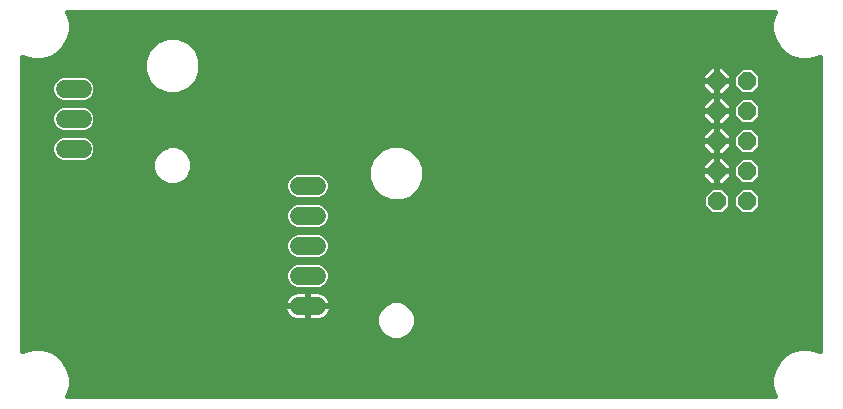
<source format=gbr>
G04 EAGLE Gerber RS-274X export*
G75*
%MOMM*%
%FSLAX34Y34*%
%LPD*%
%INBottom Copper*%
%IPPOS*%
%AMOC8*
5,1,8,0,0,1.08239X$1,22.5*%
G01*
%ADD10P,1.649562X8X112.500000*%
%ADD11C,1.524000*%
%ADD12P,1.089317X8X22.500000*%
%ADD13C,0.406400*%
%ADD14C,0.304800*%

G36*
X649987Y10175D02*
X649987Y10175D01*
X650133Y10182D01*
X650187Y10195D01*
X650242Y10201D01*
X650382Y10244D01*
X650524Y10279D01*
X650574Y10302D01*
X650627Y10319D01*
X650756Y10388D01*
X650888Y10451D01*
X650932Y10484D01*
X650981Y10511D01*
X651093Y10604D01*
X651211Y10691D01*
X651248Y10733D01*
X651290Y10768D01*
X651382Y10882D01*
X651480Y10991D01*
X651508Y11039D01*
X651543Y11082D01*
X651610Y11212D01*
X651684Y11338D01*
X651703Y11390D01*
X651728Y11439D01*
X651769Y11580D01*
X651817Y11718D01*
X651824Y11773D01*
X651840Y11826D01*
X651851Y11972D01*
X651871Y12117D01*
X651868Y12172D01*
X651872Y12228D01*
X651855Y12373D01*
X651846Y12519D01*
X651832Y12572D01*
X651825Y12627D01*
X651780Y12766D01*
X651742Y12908D01*
X651715Y12965D01*
X651701Y13010D01*
X651659Y13083D01*
X651601Y13208D01*
X650622Y14902D01*
X648839Y21556D01*
X648839Y28444D01*
X650622Y35098D01*
X654066Y41063D01*
X658937Y45934D01*
X664902Y49378D01*
X671556Y51161D01*
X678444Y51161D01*
X685098Y49378D01*
X686792Y48399D01*
X686926Y48339D01*
X687055Y48272D01*
X687109Y48257D01*
X687159Y48234D01*
X687302Y48201D01*
X687442Y48160D01*
X687498Y48156D01*
X687552Y48144D01*
X687698Y48140D01*
X687844Y48128D01*
X687899Y48134D01*
X687954Y48133D01*
X688098Y48158D01*
X688243Y48175D01*
X688296Y48192D01*
X688351Y48201D01*
X688487Y48254D01*
X688626Y48299D01*
X688675Y48327D01*
X688726Y48347D01*
X688849Y48425D01*
X688977Y48497D01*
X689019Y48534D01*
X689066Y48563D01*
X689171Y48665D01*
X689282Y48760D01*
X689315Y48804D01*
X689356Y48843D01*
X689439Y48963D01*
X689528Y49079D01*
X689553Y49128D01*
X689585Y49174D01*
X689642Y49308D01*
X689708Y49439D01*
X689722Y49493D01*
X689744Y49544D01*
X689774Y49687D01*
X689812Y49828D01*
X689817Y49891D01*
X689827Y49938D01*
X689828Y50021D01*
X689839Y50159D01*
X689839Y299841D01*
X689825Y299987D01*
X689818Y300133D01*
X689805Y300187D01*
X689799Y300242D01*
X689756Y300382D01*
X689721Y300524D01*
X689698Y300574D01*
X689681Y300627D01*
X689612Y300756D01*
X689549Y300888D01*
X689516Y300932D01*
X689489Y300981D01*
X689396Y301093D01*
X689309Y301211D01*
X689267Y301248D01*
X689232Y301290D01*
X689118Y301382D01*
X689009Y301480D01*
X688961Y301508D01*
X688918Y301543D01*
X688788Y301610D01*
X688662Y301684D01*
X688610Y301703D01*
X688561Y301728D01*
X688420Y301769D01*
X688282Y301817D01*
X688227Y301824D01*
X688174Y301840D01*
X688028Y301851D01*
X687883Y301871D01*
X687828Y301868D01*
X687772Y301872D01*
X687627Y301855D01*
X687481Y301846D01*
X687428Y301832D01*
X687373Y301825D01*
X687234Y301780D01*
X687092Y301742D01*
X687035Y301715D01*
X686990Y301701D01*
X686917Y301659D01*
X686792Y301601D01*
X685098Y300622D01*
X678444Y298839D01*
X671556Y298839D01*
X664902Y300622D01*
X658937Y304066D01*
X654066Y308937D01*
X650622Y314902D01*
X648839Y321556D01*
X648839Y328444D01*
X650622Y335098D01*
X651601Y336792D01*
X651661Y336926D01*
X651728Y337055D01*
X651743Y337109D01*
X651766Y337159D01*
X651799Y337302D01*
X651840Y337442D01*
X651844Y337498D01*
X651856Y337552D01*
X651860Y337698D01*
X651872Y337844D01*
X651866Y337899D01*
X651867Y337954D01*
X651842Y338098D01*
X651825Y338243D01*
X651808Y338296D01*
X651799Y338351D01*
X651746Y338487D01*
X651701Y338626D01*
X651673Y338675D01*
X651653Y338726D01*
X651575Y338849D01*
X651503Y338977D01*
X651466Y339019D01*
X651437Y339066D01*
X651335Y339171D01*
X651240Y339282D01*
X651196Y339315D01*
X651157Y339356D01*
X651037Y339439D01*
X650921Y339528D01*
X650872Y339553D01*
X650826Y339585D01*
X650692Y339642D01*
X650561Y339708D01*
X650507Y339722D01*
X650456Y339744D01*
X650313Y339774D01*
X650172Y339812D01*
X650109Y339817D01*
X650062Y339827D01*
X649979Y339828D01*
X649841Y339839D01*
X50159Y339839D01*
X50013Y339825D01*
X49867Y339818D01*
X49813Y339805D01*
X49758Y339799D01*
X49618Y339756D01*
X49476Y339721D01*
X49426Y339698D01*
X49373Y339681D01*
X49244Y339612D01*
X49112Y339549D01*
X49068Y339516D01*
X49019Y339489D01*
X48907Y339396D01*
X48789Y339309D01*
X48752Y339267D01*
X48710Y339232D01*
X48618Y339118D01*
X48520Y339009D01*
X48492Y338961D01*
X48457Y338918D01*
X48390Y338788D01*
X48316Y338662D01*
X48297Y338610D01*
X48272Y338561D01*
X48231Y338420D01*
X48183Y338282D01*
X48176Y338227D01*
X48160Y338174D01*
X48149Y338028D01*
X48129Y337883D01*
X48132Y337828D01*
X48128Y337772D01*
X48145Y337627D01*
X48154Y337481D01*
X48168Y337428D01*
X48175Y337373D01*
X48220Y337234D01*
X48258Y337092D01*
X48285Y337035D01*
X48299Y336990D01*
X48341Y336917D01*
X48399Y336792D01*
X49378Y335098D01*
X51161Y328444D01*
X51161Y321556D01*
X49378Y314902D01*
X45934Y308937D01*
X41063Y304066D01*
X35098Y300622D01*
X28444Y298839D01*
X21556Y298839D01*
X14902Y300622D01*
X13208Y301601D01*
X13074Y301661D01*
X12945Y301728D01*
X12891Y301743D01*
X12841Y301766D01*
X12698Y301799D01*
X12558Y301840D01*
X12502Y301844D01*
X12448Y301856D01*
X12302Y301860D01*
X12156Y301872D01*
X12101Y301866D01*
X12046Y301867D01*
X11902Y301842D01*
X11757Y301825D01*
X11704Y301808D01*
X11649Y301799D01*
X11513Y301746D01*
X11374Y301701D01*
X11325Y301673D01*
X11274Y301653D01*
X11151Y301575D01*
X11023Y301503D01*
X10981Y301466D01*
X10934Y301437D01*
X10829Y301335D01*
X10718Y301240D01*
X10685Y301196D01*
X10644Y301157D01*
X10561Y301037D01*
X10472Y300921D01*
X10447Y300872D01*
X10415Y300826D01*
X10358Y300692D01*
X10292Y300561D01*
X10278Y300507D01*
X10256Y300456D01*
X10226Y300313D01*
X10188Y300172D01*
X10183Y300109D01*
X10173Y300062D01*
X10172Y299979D01*
X10161Y299841D01*
X10161Y50159D01*
X10175Y50013D01*
X10182Y49867D01*
X10195Y49813D01*
X10201Y49758D01*
X10244Y49618D01*
X10279Y49476D01*
X10302Y49426D01*
X10319Y49373D01*
X10388Y49244D01*
X10451Y49112D01*
X10484Y49068D01*
X10511Y49019D01*
X10604Y48907D01*
X10691Y48789D01*
X10733Y48752D01*
X10768Y48710D01*
X10882Y48618D01*
X10991Y48520D01*
X11039Y48492D01*
X11082Y48457D01*
X11212Y48390D01*
X11338Y48316D01*
X11390Y48297D01*
X11439Y48272D01*
X11580Y48231D01*
X11718Y48183D01*
X11773Y48176D01*
X11826Y48160D01*
X11972Y48149D01*
X12117Y48129D01*
X12172Y48132D01*
X12228Y48128D01*
X12373Y48145D01*
X12519Y48154D01*
X12572Y48168D01*
X12627Y48175D01*
X12766Y48220D01*
X12908Y48258D01*
X12965Y48285D01*
X13010Y48299D01*
X13083Y48341D01*
X13208Y48399D01*
X14902Y49378D01*
X21556Y51161D01*
X28444Y51161D01*
X35098Y49378D01*
X41063Y45934D01*
X45934Y41063D01*
X49378Y35098D01*
X51161Y28444D01*
X51161Y21556D01*
X49378Y14902D01*
X48399Y13208D01*
X48339Y13074D01*
X48272Y12945D01*
X48257Y12891D01*
X48234Y12841D01*
X48201Y12698D01*
X48160Y12558D01*
X48156Y12502D01*
X48144Y12448D01*
X48140Y12302D01*
X48128Y12156D01*
X48134Y12101D01*
X48133Y12046D01*
X48158Y11902D01*
X48175Y11757D01*
X48192Y11704D01*
X48201Y11649D01*
X48254Y11513D01*
X48299Y11374D01*
X48327Y11325D01*
X48347Y11274D01*
X48425Y11151D01*
X48497Y11023D01*
X48534Y10981D01*
X48563Y10934D01*
X48665Y10829D01*
X48760Y10718D01*
X48804Y10685D01*
X48843Y10644D01*
X48963Y10561D01*
X49079Y10472D01*
X49128Y10447D01*
X49174Y10415D01*
X49308Y10358D01*
X49439Y10292D01*
X49493Y10278D01*
X49544Y10256D01*
X49687Y10226D01*
X49828Y10188D01*
X49891Y10183D01*
X49938Y10173D01*
X50021Y10172D01*
X50159Y10161D01*
X649841Y10161D01*
X649987Y10175D01*
G37*
%LPC*%
G36*
X324516Y179459D02*
X324516Y179459D01*
X316507Y182777D01*
X310377Y188907D01*
X307059Y196916D01*
X307059Y205584D01*
X310377Y213593D01*
X316507Y219723D01*
X324516Y223041D01*
X333184Y223041D01*
X341193Y219723D01*
X347323Y213593D01*
X350641Y205584D01*
X350641Y196916D01*
X347323Y188907D01*
X341193Y182777D01*
X340909Y182659D01*
X333184Y179459D01*
X324516Y179459D01*
G37*
%LPD*%
%LPC*%
G36*
X135056Y270579D02*
X135056Y270579D01*
X127047Y273897D01*
X120917Y280027D01*
X117599Y288036D01*
X117599Y296704D01*
X120917Y304713D01*
X127047Y310843D01*
X127289Y310944D01*
X135056Y314161D01*
X143724Y314161D01*
X151733Y310843D01*
X157863Y304713D01*
X161181Y296704D01*
X161181Y288036D01*
X157863Y280027D01*
X151733Y273897D01*
X143724Y270579D01*
X135056Y270579D01*
G37*
%LPD*%
%LPC*%
G36*
X325934Y62089D02*
X325934Y62089D01*
X320545Y64321D01*
X316421Y68445D01*
X314189Y73834D01*
X314189Y79666D01*
X316421Y85055D01*
X320545Y89179D01*
X321411Y89537D01*
X321411Y89538D01*
X325934Y91411D01*
X331766Y91411D01*
X337155Y89179D01*
X341279Y85055D01*
X343511Y79666D01*
X343511Y73834D01*
X341279Y68445D01*
X337155Y64321D01*
X331766Y62089D01*
X325934Y62089D01*
G37*
%LPD*%
%LPC*%
G36*
X136474Y193209D02*
X136474Y193209D01*
X131085Y195441D01*
X126961Y199565D01*
X124729Y204954D01*
X124729Y210786D01*
X126961Y216175D01*
X131085Y220299D01*
X134151Y221569D01*
X136474Y222531D01*
X142306Y222531D01*
X147695Y220299D01*
X151819Y216175D01*
X154051Y210786D01*
X154051Y204954D01*
X151819Y199565D01*
X147695Y195441D01*
X142306Y193209D01*
X136474Y193209D01*
G37*
%LPD*%
%LPC*%
G36*
X46111Y263905D02*
X46111Y263905D01*
X42750Y265297D01*
X40177Y267870D01*
X38785Y271231D01*
X38785Y274869D01*
X40177Y278230D01*
X42750Y280803D01*
X46111Y282195D01*
X64989Y282195D01*
X68350Y280803D01*
X70923Y278230D01*
X72315Y274869D01*
X72315Y271231D01*
X70923Y267870D01*
X68350Y265297D01*
X64989Y263905D01*
X46111Y263905D01*
G37*
%LPD*%
%LPC*%
G36*
X46111Y213105D02*
X46111Y213105D01*
X42750Y214497D01*
X40177Y217070D01*
X38785Y220431D01*
X38785Y224069D01*
X40177Y227430D01*
X42750Y230003D01*
X46111Y231395D01*
X64989Y231395D01*
X68350Y230003D01*
X70923Y227430D01*
X72315Y224069D01*
X72315Y220431D01*
X70923Y217070D01*
X68350Y214497D01*
X64989Y213105D01*
X46111Y213105D01*
G37*
%LPD*%
%LPC*%
G36*
X244561Y181355D02*
X244561Y181355D01*
X241200Y182747D01*
X238627Y185320D01*
X237235Y188681D01*
X237235Y192319D01*
X238627Y195680D01*
X241200Y198253D01*
X244561Y199645D01*
X263439Y199645D01*
X266800Y198253D01*
X269373Y195680D01*
X270765Y192319D01*
X270765Y188681D01*
X269373Y185320D01*
X266800Y182747D01*
X263439Y181355D01*
X244561Y181355D01*
G37*
%LPD*%
%LPC*%
G36*
X46111Y238505D02*
X46111Y238505D01*
X42750Y239897D01*
X40177Y242470D01*
X38785Y245831D01*
X38785Y249469D01*
X40177Y252830D01*
X42750Y255403D01*
X46111Y256795D01*
X64989Y256795D01*
X68350Y255403D01*
X70923Y252830D01*
X72315Y249469D01*
X72315Y245831D01*
X70923Y242470D01*
X68350Y239897D01*
X64989Y238505D01*
X46111Y238505D01*
G37*
%LPD*%
%LPC*%
G36*
X244561Y155955D02*
X244561Y155955D01*
X241200Y157347D01*
X238627Y159920D01*
X237235Y163281D01*
X237235Y166919D01*
X238627Y170280D01*
X241200Y172853D01*
X244561Y174245D01*
X263439Y174245D01*
X266800Y172853D01*
X269373Y170280D01*
X270765Y166919D01*
X270765Y163281D01*
X269373Y159920D01*
X266800Y157347D01*
X263439Y155955D01*
X244561Y155955D01*
G37*
%LPD*%
%LPC*%
G36*
X244561Y105155D02*
X244561Y105155D01*
X241200Y106547D01*
X238627Y109120D01*
X237235Y112481D01*
X237235Y116119D01*
X238627Y119480D01*
X241200Y122053D01*
X244561Y123445D01*
X263439Y123445D01*
X266800Y122053D01*
X269373Y119480D01*
X270765Y116119D01*
X270765Y112481D01*
X269373Y109120D01*
X266800Y106547D01*
X264202Y105471D01*
X263439Y105155D01*
X244561Y105155D01*
G37*
%LPD*%
%LPC*%
G36*
X244561Y130555D02*
X244561Y130555D01*
X241200Y131947D01*
X238627Y134520D01*
X237235Y137881D01*
X237235Y141519D01*
X238627Y144880D01*
X241200Y147453D01*
X243593Y148444D01*
X244561Y148845D01*
X263439Y148845D01*
X266800Y147453D01*
X269373Y144880D01*
X270765Y141519D01*
X270765Y137881D01*
X269373Y134520D01*
X266800Y131947D01*
X263439Y130555D01*
X244561Y130555D01*
G37*
%LPD*%
%LPC*%
G36*
X622062Y244855D02*
X622062Y244855D01*
X616705Y250212D01*
X616705Y257788D01*
X622062Y263145D01*
X629638Y263145D01*
X634995Y257788D01*
X634995Y250212D01*
X629638Y244855D01*
X622062Y244855D01*
G37*
%LPD*%
%LPC*%
G36*
X596662Y168655D02*
X596662Y168655D01*
X591305Y174012D01*
X591305Y181588D01*
X596662Y186945D01*
X604238Y186945D01*
X609595Y181588D01*
X609595Y174012D01*
X604238Y168655D01*
X596662Y168655D01*
G37*
%LPD*%
%LPC*%
G36*
X622062Y168655D02*
X622062Y168655D01*
X616705Y174012D01*
X616705Y181588D01*
X622062Y186945D01*
X629638Y186945D01*
X634995Y181588D01*
X634995Y174012D01*
X629638Y168655D01*
X622062Y168655D01*
G37*
%LPD*%
%LPC*%
G36*
X622062Y219455D02*
X622062Y219455D01*
X616705Y224812D01*
X616705Y232388D01*
X622062Y237745D01*
X629638Y237745D01*
X634995Y232388D01*
X634995Y224812D01*
X629638Y219455D01*
X622062Y219455D01*
G37*
%LPD*%
%LPC*%
G36*
X622062Y270255D02*
X622062Y270255D01*
X616705Y275612D01*
X616705Y283188D01*
X622062Y288545D01*
X629638Y288545D01*
X634995Y283188D01*
X634995Y275612D01*
X629638Y270255D01*
X622062Y270255D01*
G37*
%LPD*%
%LPC*%
G36*
X622062Y194055D02*
X622062Y194055D01*
X616705Y199412D01*
X616705Y206988D01*
X622062Y212345D01*
X629638Y212345D01*
X634995Y206988D01*
X634995Y199412D01*
X629638Y194055D01*
X622062Y194055D01*
G37*
%LPD*%
%LPC*%
G36*
X256539Y91439D02*
X256539Y91439D01*
X256539Y99061D01*
X262420Y99061D01*
X263999Y98811D01*
X265520Y98316D01*
X266945Y97590D01*
X268239Y96650D01*
X269370Y95519D01*
X270310Y94225D01*
X271036Y92800D01*
X271479Y91439D01*
X256539Y91439D01*
G37*
%LPD*%
%LPC*%
G36*
X236521Y91439D02*
X236521Y91439D01*
X236964Y92800D01*
X237690Y94225D01*
X238630Y95519D01*
X239761Y96650D01*
X241055Y97590D01*
X242480Y98316D01*
X244001Y98811D01*
X245580Y99061D01*
X251461Y99061D01*
X251461Y91439D01*
X236521Y91439D01*
G37*
%LPD*%
%LPC*%
G36*
X256539Y78739D02*
X256539Y78739D01*
X256539Y86361D01*
X271479Y86361D01*
X271036Y85000D01*
X270310Y83575D01*
X269370Y82281D01*
X268239Y81150D01*
X266945Y80210D01*
X265520Y79484D01*
X263999Y78989D01*
X262420Y78739D01*
X256539Y78739D01*
G37*
%LPD*%
%LPC*%
G36*
X245580Y78739D02*
X245580Y78739D01*
X244001Y78989D01*
X242480Y79484D01*
X241055Y80210D01*
X239761Y81150D01*
X238630Y82281D01*
X237690Y83575D01*
X236964Y85000D01*
X236521Y86361D01*
X251461Y86361D01*
X251461Y78739D01*
X245580Y78739D01*
G37*
%LPD*%
%LPC*%
G36*
X602989Y256539D02*
X602989Y256539D01*
X602989Y264161D01*
X604659Y264161D01*
X610611Y258209D01*
X610611Y256539D01*
X602989Y256539D01*
G37*
%LPD*%
%LPC*%
G36*
X602989Y205739D02*
X602989Y205739D01*
X602989Y213361D01*
X604659Y213361D01*
X610611Y207409D01*
X610611Y205739D01*
X602989Y205739D01*
G37*
%LPD*%
%LPC*%
G36*
X602989Y231139D02*
X602989Y231139D01*
X602989Y238761D01*
X604659Y238761D01*
X610611Y232809D01*
X610611Y231139D01*
X602989Y231139D01*
G37*
%LPD*%
%LPC*%
G36*
X602989Y281939D02*
X602989Y281939D01*
X602989Y289561D01*
X604659Y289561D01*
X610611Y283609D01*
X610611Y281939D01*
X602989Y281939D01*
G37*
%LPD*%
%LPC*%
G36*
X590289Y205739D02*
X590289Y205739D01*
X590289Y207409D01*
X596241Y213361D01*
X597911Y213361D01*
X597911Y205739D01*
X590289Y205739D01*
G37*
%LPD*%
%LPC*%
G36*
X590289Y281939D02*
X590289Y281939D01*
X590289Y283609D01*
X596241Y289561D01*
X597911Y289561D01*
X597911Y281939D01*
X590289Y281939D01*
G37*
%LPD*%
%LPC*%
G36*
X590289Y231139D02*
X590289Y231139D01*
X590289Y232809D01*
X596241Y238761D01*
X597911Y238761D01*
X597911Y231139D01*
X590289Y231139D01*
G37*
%LPD*%
%LPC*%
G36*
X590289Y256539D02*
X590289Y256539D01*
X590289Y258209D01*
X596241Y264161D01*
X597911Y264161D01*
X597911Y256539D01*
X590289Y256539D01*
G37*
%LPD*%
%LPC*%
G36*
X602989Y243839D02*
X602989Y243839D01*
X602989Y251461D01*
X610611Y251461D01*
X610611Y249791D01*
X604659Y243839D01*
X602989Y243839D01*
G37*
%LPD*%
%LPC*%
G36*
X602989Y269239D02*
X602989Y269239D01*
X602989Y276861D01*
X610611Y276861D01*
X610611Y275191D01*
X604659Y269239D01*
X602989Y269239D01*
G37*
%LPD*%
%LPC*%
G36*
X602989Y218439D02*
X602989Y218439D01*
X602989Y226061D01*
X610611Y226061D01*
X610611Y224391D01*
X604659Y218439D01*
X602989Y218439D01*
G37*
%LPD*%
%LPC*%
G36*
X602989Y193039D02*
X602989Y193039D01*
X602989Y200661D01*
X610611Y200661D01*
X610611Y198991D01*
X604659Y193039D01*
X602989Y193039D01*
G37*
%LPD*%
%LPC*%
G36*
X596241Y243839D02*
X596241Y243839D01*
X590289Y249791D01*
X590289Y251461D01*
X597911Y251461D01*
X597911Y243839D01*
X596241Y243839D01*
G37*
%LPD*%
%LPC*%
G36*
X596241Y269239D02*
X596241Y269239D01*
X590289Y275191D01*
X590289Y276861D01*
X597911Y276861D01*
X597911Y269239D01*
X596241Y269239D01*
G37*
%LPD*%
%LPC*%
G36*
X596241Y193039D02*
X596241Y193039D01*
X590289Y198991D01*
X590289Y200661D01*
X597911Y200661D01*
X597911Y193039D01*
X596241Y193039D01*
G37*
%LPD*%
%LPC*%
G36*
X596241Y218439D02*
X596241Y218439D01*
X590289Y224391D01*
X590289Y226061D01*
X597911Y226061D01*
X597911Y218439D01*
X596241Y218439D01*
G37*
%LPD*%
D10*
X625850Y177800D03*
X600450Y177800D03*
X625850Y203200D03*
X600450Y203200D03*
X625850Y228600D03*
X600450Y228600D03*
X625850Y254000D03*
X600450Y254000D03*
X625850Y279400D03*
X600450Y279400D03*
D11*
X261620Y190500D02*
X246380Y190500D01*
X246380Y165100D02*
X261620Y165100D01*
X261620Y139700D02*
X246380Y139700D01*
X246380Y114300D02*
X261620Y114300D01*
X261620Y88900D02*
X246380Y88900D01*
X63170Y273050D02*
X47930Y273050D01*
X47930Y247650D02*
X63170Y247650D01*
X63170Y222250D02*
X47930Y222250D01*
D12*
X177800Y60350D03*
D13*
X190500Y60350D01*
D12*
X440650Y95900D03*
D13*
X449350Y95900D01*
D12*
X441650Y133300D03*
D13*
X441950Y133000D01*
X450650Y133000D01*
X477050Y170800D02*
X485750Y170800D01*
D12*
X485750Y170800D03*
X525050Y277700D03*
D13*
X507750Y277700D01*
D12*
X239150Y277050D03*
D14*
X232800Y277050D01*
D12*
X44450Y64520D03*
D13*
X44450Y58170D01*
D12*
X26750Y139550D03*
D14*
X26750Y145900D01*
D12*
X500000Y209200D03*
D13*
X489650Y209200D01*
D12*
X496550Y65850D03*
D13*
X490200Y65850D01*
D12*
X668950Y121300D03*
D13*
X668950Y107600D01*
D12*
X215380Y274050D03*
D14*
X215380Y267700D01*
M02*

</source>
